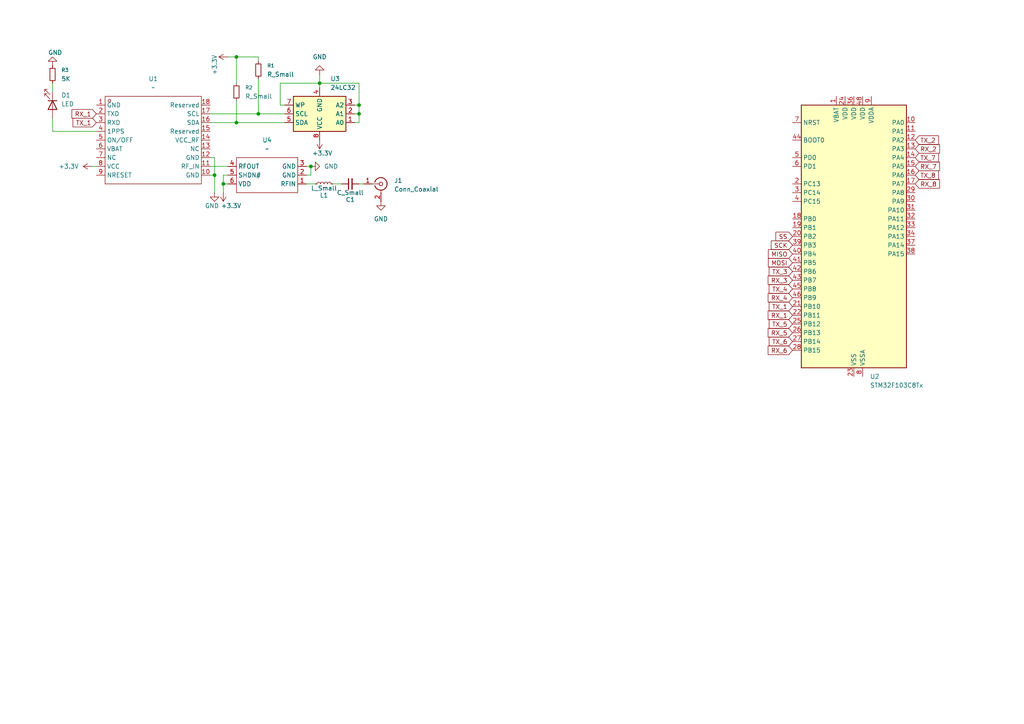
<source format=kicad_sch>
(kicad_sch (version 20250114) (generator "eeschema") (generator_version "9.0")
  (paper "A4")
  (lib_symbols
    (symbol "AT2659:AT2659S"
      (property "Reference" "U" (at 0 0 0))
      (symbol "AT2659S_1_0"
        (rectangle (start -8.89 5.08) (end 8.89 -5.08))
        (pin unspecified line (at -11.43 2.54 0) (length 2.54) (name "RFIN") (number "1"))
        (pin unspecified line (at -11.43 0 0) (length 2.54) (name "GND") (number "2"))
        (pin unspecified line (at -11.43 -2.54 0) (length 2.54) (name "GND") (number "3"))
        (pin unspecified line (at 11.43 2.54 180) (length 2.54) (name "VDD") (number "6"))
        (pin unspecified line (at 11.43 0 180) (length 2.54) (name "SHDN#") (number "5"))
        (pin unspecified line (at 11.43 -2.54 180) (length 2.54) (name "RFOUT") (number "4"))
      )
    )
    (symbol "ATGM336H:ATGM336H-5N31"
      (property "Reference" "U" (at 0 0 0))
      (symbol "ATGM336H-5N31_1_0"
        (rectangle (start -13.97 -12.7) (end 13.97 12.7))
        (circle (center -12.7 11.43) (radius 0.381))
        (pin input line (at -16.51 10.16 0) (length 2.54) (name "GND") (number "1"))
        (pin input line (at -16.51 7.62 0) (length 2.54) (name "TXD") (number "2"))
        (pin input line (at -16.51 5.08 0) (length 2.54) (name "RXD") (number "3"))
        (pin input line (at -16.51 2.54 0) (length 2.54) (name "1PPS") (number "4"))
        (pin input line (at -16.51 0 0) (length 2.54) (name "ON/OFF") (number "5"))
        (pin input line (at -16.51 -2.54 0) (length 2.54) (name "VBAT") (number "6"))
        (pin input line (at -16.51 -5.08 0) (length 2.54) (name "NC") (number "7"))
        (pin input line (at -16.51 -7.62 0) (length 2.54) (name "VCC") (number "8"))
        (pin input line (at -16.51 -10.16 0) (length 2.54) (name "NRESET") (number "9"))
        (pin input line (at 16.51 10.16 180) (length 2.54) (name "Reserved") (number "18"))
        (pin input line (at 16.51 7.62 180) (length 2.54) (name "SCL") (number "17"))
        (pin input line (at 16.51 5.08 180) (length 2.54) (name "SDA") (number "16"))
        (pin input line (at 16.51 2.54 180) (length 2.54) (name "Reserved") (number "15"))
        (pin input line (at 16.51 0 180) (length 2.54) (name "VCC_RF") (number "14"))
        (pin input line (at 16.51 -2.54 180) (length 2.54) (name "NC") (number "13"))
        (pin input line (at 16.51 -5.08 180) (length 2.54) (name "GND") (number "12"))
        (pin input line (at 16.51 -7.62 180) (length 2.54) (name "RF_IN") (number "11"))
        (pin input line (at 16.51 -10.16 180) (length 2.54) (name "GND") (number "10"))
      )
    )
    (symbol "Connector:Conn_Coaxial" (pin_names (offset 1.016) (hide yes))
      (property "Reference" "J" (at 0.254 3.048 0))
      (property "Value" "Conn_Coaxial" (at 2.921 0 90))
      (symbol "Conn_Coaxial_0_1"
        (polyline (pts (xy -2.54 0) (xy -0.508 0)))
        (arc (start 1.778 0) (mid 0.222 -1.8079) (end -1.778 -0.508) (stroke (width 0.254)))
        (arc (start -1.778 0.508) (mid 0.2221 1.8084) (end 1.778 0) (stroke (width 0.254)))
        (circle (center 0 0) (radius 0.508) (stroke (width 0.2032)))
        (polyline (pts (xy 0 -2.54) (xy 0 -1.778)))
      )
      (symbol "Conn_Coaxial_1_1"
        (pin passive line (at -5.08 0 0) (length 2.54) (name "In") (number "1"))
        (pin passive line (at 0 -5.08 90) (length 2.54) (name "Ext") (number "2"))
      )
    )
    (symbol "Device:C_Small" (pin_numbers (hide yes)) (pin_names (offset 0.254) (hide yes))
      (property "Reference" "C" (at 0.254 1.778 0))
      (property "Value" "C_Small" (at 0.254 -2.032 0))
      (symbol "C_Small_0_1"
        (polyline (pts (xy -1.524 0.508) (xy 1.524 0.508)) (stroke (width 0.3048)))
        (polyline (pts (xy -1.524 -0.508) (xy 1.524 -0.508)) (stroke (width 0.3302)))
      )
      (symbol "C_Small_1_1"
        (pin passive line (at 0 2.54 270) (length 2.032) (name "~") (number "1"))
        (pin passive line (at 0 -2.54 90) (length 2.032) (name "~") (number "2"))
      )
    )
    (symbol "Device:LED" (pin_numbers (hide yes)) (pin_names (offset 1.016) (hide yes))
      (property "Reference" "D" (at 0 2.54 0))
      (property "Value" "LED" (at 0 -2.54 0))
      (symbol "LED_0_1"
        (polyline (pts (xy -3.048 -0.762) (xy -4.572 -2.286) (xy -3.81 -2.286) (xy -4.572 -2.286) (xy -4.572 -1.524)))
        (polyline (pts (xy -1.778 -0.762) (xy -3.302 -2.286) (xy -2.54 -2.286) (xy -3.302 -2.286) (xy -3.302 -1.524)))
        (polyline (pts (xy -1.27 0) (xy 1.27 0)))
        (polyline (pts (xy -1.27 -1.27) (xy -1.27 1.27)) (stroke (width 0.254)))
        (polyline (pts (xy 1.27 -1.27) (xy 1.27 1.27) (xy -1.27 0) (xy 1.27 -1.27)) (stroke (width 0.254)))
      )
      (symbol "LED_1_1"
        (pin passive line (at -3.81 0 0) (length 2.54) (name "K") (number "1"))
        (pin passive line (at 3.81 0 180) (length 2.54) (name "A") (number "2"))
      )
    )
    (symbol "Device:L_Small" (pin_numbers (hide yes)) (pin_names (offset 0.254) (hide yes))
      (property "Reference" "L" (at 0.762 1.016 0))
      (property "Value" "L_Small" (at 0.762 -1.016 0))
      (symbol "L_Small_0_1"
        (arc (start 0 2.032) (mid 0.5058 1.524) (end 0 1.016))
        (arc (start 0 1.016) (mid 0.5058 0.508) (end 0 0))
        (arc (start 0 0) (mid 0.5058 -0.508) (end 0 -1.016))
        (arc (start 0 -1.016) (mid 0.5058 -1.524) (end 0 -2.032))
      )
      (symbol "L_Small_1_1"
        (pin passive line (at 0 2.54 270) (length 0.508) (name "~") (number "1"))
        (pin passive line (at 0 -2.54 90) (length 0.508) (name "~") (number "2"))
      )
    )
    (symbol "Device:R_Small" (pin_numbers (hide yes)) (pin_names (offset 0.254) (hide yes))
      (property "Reference" "R" (at 0 0 90))
      (property "Value" "R_Small" (at 1.778 0 90))
      (symbol "R_Small_0_1"
        (rectangle (start -0.762 1.778) (end 0.762 -1.778) (stroke (width 0.2032)))
      )
      (symbol "R_Small_1_1"
        (pin passive line (at 0 2.54 270) (length 0.762) (name "~") (number "1"))
        (pin passive line (at 0 -2.54 90) (length 0.762) (name "~") (number "2"))
      )
    )
    (symbol "MCU_ST_STM32F1:STM32F103C8Tx"
      (property "Reference" "U" (at -15.24 39.37 0))
      (property "Value" "STM32F103C8Tx" (at 7.62 39.37 0))
      (symbol "STM32F103C8Tx_0_1"
        (rectangle (start -15.24 -38.1) (end 15.24 38.1) (stroke (width 0.254)) (fill (type background)))
      )
      (symbol "STM32F103C8Tx_1_1"
        (pin input line (at -17.78 33.02 0) (length 2.54) (name "NRST") (number "7"))
        (pin input line (at -17.78 27.94 0) (length 2.54) (name "BOOT0") (number "44"))
        (pin bidirectional line (at -17.78 22.86 0) (length 2.54) (name "PD0") (number "5"))
        (pin bidirectional line (at -17.78 20.32 0) (length 2.54) (name "PD1") (number "6"))
        (pin bidirectional line (at -17.78 15.24 0) (length 2.54) (name "PC13") (number "2"))
        (pin bidirectional line (at -17.78 12.7 0) (length 2.54) (name "PC14") (number "3"))
        (pin bidirectional line (at -17.78 10.16 0) (length 2.54) (name "PC15") (number "4"))
        (pin bidirectional line (at -17.78 5.08 0) (length 2.54) (name "PB0") (number "18"))
        (pin bidirectional line (at -17.78 2.54 0) (length 2.54) (name "PB1") (number "19"))
        (pin bidirectional line (at -17.78 0 0) (length 2.54) (name "PB2") (number "20"))
        (pin bidirectional line (at -17.78 -2.54 0) (length 2.54) (name "PB3") (number "39"))
        (pin bidirectional line (at -17.78 -5.08 0) (length 2.54) (name "PB4") (number "40"))
        (pin bidirectional line (at -17.78 -7.62 0) (length 2.54) (name "PB5") (number "41"))
        (pin bidirectional line (at -17.78 -10.16 0) (length 2.54) (name "PB6") (number "42"))
        (pin bidirectional line (at -17.78 -12.7 0) (length 2.54) (name "PB7") (number "43"))
        (pin bidirectional line (at -17.78 -15.24 0) (length 2.54) (name "PB8") (number "45"))
        (pin bidirectional line (at -17.78 -17.78 0) (length 2.54) (name "PB9") (number "46"))
        (pin bidirectional line (at -17.78 -20.32 0) (length 2.54) (name "PB10") (number "21"))
        (pin bidirectional line (at -17.78 -22.86 0) (length 2.54) (name "PB11") (number "22"))
        (pin bidirectional line (at -17.78 -25.4 0) (length 2.54) (name "PB12") (number "25"))
        (pin bidirectional line (at -17.78 -27.94 0) (length 2.54) (name "PB13") (number "26"))
        (pin bidirectional line (at -17.78 -30.48 0) (length 2.54) (name "PB14") (number "27"))
        (pin bidirectional line (at -17.78 -33.02 0) (length 2.54) (name "PB15") (number "28"))
        (pin power_in line (at -5.08 40.64 270) (length 2.54) (name "VBAT") (number "1"))
        (pin power_in line (at -2.54 40.64 270) (length 2.54) (name "VDD") (number "24"))
        (pin power_in line (at 0 40.64 270) (length 2.54) (name "VDD") (number "36"))
        (pin power_in line (at 0 -40.64 90) (length 2.54) (name "VSS") (number "23"))
        (pin passive line (at 0 -40.64 90) (length 2.54) (hide yes) (name "VSS") (number "35"))
        (pin passive line (at 0 -40.64 90) (length 2.54) (hide yes) (name "VSS") (number "47"))
        (pin power_in line (at 2.54 40.64 270) (length 2.54) (name "VDD") (number "48"))
        (pin power_in line (at 2.54 -40.64 90) (length 2.54) (name "VSSA") (number "8"))
        (pin power_in line (at 5.08 40.64 270) (length 2.54) (name "VDDA") (number "9"))
        (pin bidirectional line (at 17.78 33.02 180) (length 2.54) (name "PA0") (number "10"))
        (pin bidirectional line (at 17.78 30.48 180) (length 2.54) (name "PA1") (number "11"))
        (pin bidirectional line (at 17.78 27.94 180) (length 2.54) (name "PA2") (number "12"))
        (pin bidirectional line (at 17.78 25.4 180) (length 2.54) (name "PA3") (number "13"))
        (pin bidirectional line (at 17.78 22.86 180) (length 2.54) (name "PA4") (number "14"))
        (pin bidirectional line (at 17.78 20.32 180) (length 2.54) (name "PA5") (number "15"))
        (pin bidirectional line (at 17.78 17.78 180) (length 2.54) (name "PA6") (number "16"))
        (pin bidirectional line (at 17.78 15.24 180) (length 2.54) (name "PA7") (number "17"))
        (pin bidirectional line (at 17.78 12.7 180) (length 2.54) (name "PA8") (number "29"))
        (pin bidirectional line (at 17.78 10.16 180) (length 2.54) (name "PA9") (number "30"))
        (pin bidirectional line (at 17.78 7.62 180) (length 2.54) (name "PA10") (number "31"))
        (pin bidirectional line (at 17.78 5.08 180) (length 2.54) (name "PA11") (number "32"))
        (pin bidirectional line (at 17.78 2.54 180) (length 2.54) (name "PA12") (number "33"))
        (pin bidirectional line (at 17.78 0 180) (length 2.54) (name "PA13") (number "34"))
        (pin bidirectional line (at 17.78 -2.54 180) (length 2.54) (name "PA14") (number "37"))
        (pin bidirectional line (at 17.78 -5.08 180) (length 2.54) (name "PA15") (number "38"))
      )
    )
    (symbol "Memory_EEPROM:24LC32"
      (property "Reference" "U" (at -6.35 6.35 0))
      (property "Value" "24LC32" (at 1.27 6.35 0))
      (symbol "24LC32_1_1"
        (rectangle (start -7.62 5.08) (end 7.62 -5.08) (stroke (width 0.254)) (fill (type background)))
        (pin input line (at -10.16 2.54 0) (length 2.54) (name "A0") (number "1"))
        (pin input line (at -10.16 0 0) (length 2.54) (name "A1") (number "2"))
        (pin input line (at -10.16 -2.54 0) (length 2.54) (name "A2") (number "3"))
        (pin power_in line (at 0 7.62 270) (length 2.54) (name "VCC") (number "8"))
        (pin power_in line (at 0 -7.62 90) (length 2.54) (name "GND") (number "4"))
        (pin bidirectional line (at 10.16 2.54 180) (length 2.54) (name "SDA") (number "5"))
        (pin input line (at 10.16 0 180) (length 2.54) (name "SCL") (number "6"))
        (pin input line (at 10.16 -2.54 180) (length 2.54) (name "WP") (number "7"))
      )
    )
    (symbol "power:+3.3V" (power) (pin_numbers (hide yes)) (pin_names (offset 0) (hide yes))
      (property "Value" "+3.3V" (at 0 3.556 0))
      (symbol "+3.3V_0_1"
        (polyline (pts (xy -0.762 1.27) (xy 0 2.54)))
        (polyline (pts (xy 0 2.54) (xy 0.762 1.27)))
        (polyline (pts (xy 0 0) (xy 0 2.54)))
      )
      (symbol "+3.3V_1_1"
        (pin power_in line (at 0 0 90) (length 0) (name "~") (number "1"))
      )
    )
    (symbol "power:GND" (power) (pin_numbers (hide yes)) (pin_names (offset 0) (hide yes))
      (property "Value" "GND" (at 0 -3.81 0))
      (symbol "GND_0_1"
        (polyline (pts (xy 0 0) (xy 0 -1.27) (xy 1.27 -1.27) (xy 0 -2.54) (xy -1.27 -1.27) (xy 0 -1.27)))
      )
      (symbol "GND_1_1"
        (pin power_in line (at 0 0 270) (length 0) (name "~") (number "1"))
      )
    )
  )
  (junction (at 90.17 48.26))
  (junction (at 92.71 24.13))
  (junction (at 64.77 53.34))
  (junction (at 68.58 16.51))
  (junction (at 62.23 50.8))
  (junction (at 104.14 30.48))
  (junction (at 74.93 33.02))
  (junction (at 104.14 33.02))
  (junction (at 68.58 35.56))
  (wire (pts (xy 62.23 45.72) (xy 62.23 50.8)))
  (wire (pts (xy 96.52 53.34) (xy 99.06 53.34)))
  (wire (pts (xy 62.23 50.8) (xy 62.23 55.88)))
  (wire (pts (xy 92.71 24.13) (xy 92.71 25.4)))
  (wire (pts (xy 60.96 50.8) (xy 62.23 50.8)))
  (wire (pts (xy 64.77 50.8) (xy 66.04 50.8)))
  (wire (pts (xy 74.93 33.02) (xy 82.55 33.02)))
  (wire (pts (xy 88.9 53.34) (xy 91.44 53.34)))
  (wire (pts (xy 104.14 53.34) (xy 105.41 53.34)))
  (wire (pts (xy 60.96 33.02) (xy 74.93 33.02)))
  (wire (pts (xy 82.55 30.48) (xy 81.28 30.48)))
  (wire (pts (xy 92.71 21.59) (xy 92.71 24.13)))
  (wire (pts (xy 102.87 30.48) (xy 104.14 30.48)))
  (wire (pts (xy 104.14 33.02) (xy 104.14 30.48)))
  (wire (pts (xy 104.14 30.48) (xy 104.14 24.13)))
  (wire (pts (xy 104.14 35.56) (xy 104.14 33.02)))
  (wire (pts (xy 60.96 35.56) (xy 68.58 35.56)))
  (wire (pts (xy 68.58 16.51) (xy 74.93 16.51)))
  (wire (pts (xy 68.58 35.56) (xy 82.55 35.56)))
  (wire (pts (xy 15.24 34.29) (xy 15.24 38.1)))
  (wire (pts (xy 60.96 45.72) (xy 62.23 45.72)))
  (wire (pts (xy 81.28 30.48) (xy 81.28 24.13)))
  (wire (pts (xy 15.24 38.1) (xy 27.94 38.1)))
  (wire (pts (xy 74.93 22.86) (xy 74.93 33.02)))
  (wire (pts (xy 68.58 16.51) (xy 68.58 24.13)))
  (wire (pts (xy 66.04 53.34) (xy 64.77 53.34)))
  (wire (pts (xy 15.24 24.13) (xy 15.24 26.67)))
  (wire (pts (xy 68.58 29.21) (xy 68.58 35.56)))
  (wire (pts (xy 92.71 24.13) (xy 104.14 24.13)))
  (wire (pts (xy 64.77 53.34) (xy 64.77 55.88)))
  (wire (pts (xy 64.77 53.34) (xy 64.77 50.8)))
  (wire (pts (xy 102.87 33.02) (xy 104.14 33.02)))
  (wire (pts (xy 26.67 48.26) (xy 27.94 48.26)))
  (wire (pts (xy 102.87 35.56) (xy 104.14 35.56)))
  (wire (pts (xy 90.17 48.26) (xy 88.9 48.26)))
  (wire (pts (xy 90.17 50.8) (xy 90.17 48.26)))
  (wire (pts (xy 66.04 16.51) (xy 68.58 16.51)))
  (wire (pts (xy 81.28 24.13) (xy 92.71 24.13)))
  (wire (pts (xy 88.9 50.8) (xy 90.17 50.8)))
  (wire (pts (xy 74.93 16.51) (xy 74.93 17.78)))
  (wire (pts (xy 60.96 48.26) (xy 66.04 48.26)))
  (global_label "TX_5" (shape input) (at 229.87 93.98 180) (property "Intersheetrefs" "${INTERSHEET_REFS}" (effects (hide yes))))
  (global_label "RX_1" (shape input) (at 27.94 33.02 180) (property "Intersheetrefs" "${INTERSHEET_REFS}" (effects (hide yes))))
  (global_label "TX_4" (shape input) (at 229.87 83.82 180) (property "Intersheetrefs" "${INTERSHEET_REFS}" (effects (hide yes))))
  (global_label "RX_2" (shape input) (at 265.43 43.18 0) (property "Intersheetrefs" "${INTERSHEET_REFS}" (effects (hide yes))))
  (global_label "TX_1" (shape input) (at 229.87 88.9 180) (property "Intersheetrefs" "${INTERSHEET_REFS}" (effects (hide yes))))
  (global_label "MISO" (shape input) (at 229.87 73.66 180) (property "Intersheetrefs" "${INTERSHEET_REFS}" (effects (hide yes))))
  (global_label "TX_2" (shape input) (at 265.43 40.64 0) (property "Intersheetrefs" "${INTERSHEET_REFS}" (effects (hide yes))))
  (global_label "RX_1" (shape input) (at 229.87 91.44 180) (property "Intersheetrefs" "${INTERSHEET_REFS}" (effects (hide yes))))
  (global_label "MOSI" (shape input) (at 229.87 76.2 180) (property "Intersheetrefs" "${INTERSHEET_REFS}" (effects (hide yes))))
  (global_label "RX_5" (shape input) (at 229.87 96.52 180) (property "Intersheetrefs" "${INTERSHEET_REFS}" (effects (hide yes))))
  (global_label "TX_6" (shape input) (at 229.87 99.06 180) (property "Intersheetrefs" "${INTERSHEET_REFS}" (effects (hide yes))))
  (global_label "RX_4" (shape input) (at 229.87 86.36 180) (property "Intersheetrefs" "${INTERSHEET_REFS}" (effects (hide yes))))
  (global_label "TX_1" (shape input) (at 27.94 35.56 180) (property "Intersheetrefs" "${INTERSHEET_REFS}" (effects (hide yes))))
  (global_label "RX_8" (shape input) (at 265.43 53.34 0) (property "Intersheetrefs" "${INTERSHEET_REFS}" (effects (hide yes))))
  (global_label "TX_8" (shape input) (at 265.43 50.8 0) (property "Intersheetrefs" "${INTERSHEET_REFS}" (effects (hide yes))))
  (global_label "RX_3" (shape input) (at 229.87 81.28 180) (property "Intersheetrefs" "${INTERSHEET_REFS}" (effects (hide yes))))
  (global_label "RX_7" (shape input) (at 265.43 48.26 0) (property "Intersheetrefs" "${INTERSHEET_REFS}" (effects (hide yes))))
  (global_label "SS" (shape input) (at 229.87 68.58 180) (property "Intersheetrefs" "${INTERSHEET_REFS}" (effects (hide yes))))
  (global_label "RX_6" (shape input) (at 229.87 101.6 180) (property "Intersheetrefs" "${INTERSHEET_REFS}" (effects (hide yes))))
  (global_label "TX_7" (shape input) (at 265.43 45.72 0) (property "Intersheetrefs" "${INTERSHEET_REFS}" (effects (hide yes))))
  (global_label "SCK" (shape input) (at 229.87 71.12 180) (property "Intersheetrefs" "${INTERSHEET_REFS}" (effects (hide yes))))
  (global_label "TX_3" (shape input) (at 229.87 78.74 180) (property "Intersheetrefs" "${INTERSHEET_REFS}" (effects (hide yes))))
  (symbol (lib_id "Device:R_Small") (at 68.58 26.67 0) (unit 1)
    (property "Reference" "R2" (at 71.12 25.3999 0) (effects (font (size 1.016 1.016)) (justify left)))
    (property "Value" "R_Small" (at 71.12 27.9399 0) (effects (justify left)))
    (property "Description" "Resistor, small symbol" (effects (hide yes)))
  )
  (symbol (lib_id "power:GND") (at 90.17 48.26 90) (unit 1)
    (property "Reference" "#PWR04" (effects (hide yes)))
    (property "Value" "GND" (at 93.98 48.2599 90) (effects (justify right)))
    (property "Description" "Power symbol creates a global label with name \"GND\" , ground" (effects (hide yes)))
  )
  (symbol (lib_id "Device:LED") (at 15.24 30.48 270) (unit 1)
    (property "Reference" "D1" (at 17.78 27.6224 90) (effects (justify left)))
    (property "Value" "LED" (at 17.78 30.1624 90) (effects (justify left)))
    (property "Description" "Light emitting diode" (effects (hide yes)))
    (property "Sim.Pins" "1=K 2=A" (effects (hide yes)))
  )
  (symbol (lib_id "power:GND") (at 92.71 21.59 180) (unit 1)
    (property "Reference" "#PWR01" (effects (hide yes)))
    (property "Value" "GND" (at 92.71 16.51 0))
    (property "Description" "Power symbol creates a global label with name \"GND\" , ground" (effects (hide yes)))
  )
  (symbol (lib_id "power:GND") (at 15.24 19.05 180) (unit 1)
    (property "Reference" "#PWR09" (effects (hide yes)))
    (property "Value" "GND" (at 16.002 15.24 0))
    (property "Description" "Power symbol creates a global label with name \"GND\" , ground" (effects (hide yes)))
  )
  (symbol (lib_id "Connector:Conn_Coaxial") (at 110.49 53.34 0) (unit 1)
    (property "Reference" "J1" (at 114.3 52.3631 0) (effects (justify left)))
    (property "Value" "Conn_Coaxial" (at 114.3 54.9031 0) (effects (justify left)))
    (property "Footprint" "Connector_Coaxial:U.FL_Molex_MCRF_73412-0110_Vertical" (effects (hide yes)))
    (property "Description" "coaxial connector (BNC, SMA, SMB, SMC, Cinch/RCA, LEMO, ...)" (effects (hide yes)))
  )
  (symbol (lib_id "power:+3.3V") (at 92.71 40.64 180) (unit 1)
    (property "Reference" "#PWR02" (effects (hide yes)))
    (property "Value" "+3.3V" (at 93.472 44.45 0))
    (property "Description" "Power symbol creates a global label with name \"+3.3V\"" (effects (hide yes)))
  )
  (symbol (lib_id "AT2659:AT2659S") (at 77.47 50.8 180) (unit 1)
    (property "Reference" "U4" (at 77.47 40.64 0))
    (property "Value" "~" (at 77.47 43.18 0))
    (property "Footprint" "ProLib_pcs_2025-09-27 (2):SOT-23-6_L2.9-W1.6-P0.95-LS2.8-BR" (effects (hide yes)))
    (property "Datasheet" "https://item.szlcsc.com/datasheet/AT2659S/948531.html" (effects (hide yes)))
    (property "Description" "Voltage - Supply:1.4V~3.6V Voltage - Supply:1.4V~3.6V Current - Supply:- Gain:20dB P1dB:-15dBm Noise Figure:0.8dB Operating Temperature:-40°C~+85°C Operating Temperature:-40°C~+85°C" (effects (hide yes)))
    (property "Manufacturer Part" "AT2659S" (effects (hide yes)))
    (property "Manufacturer" "杭州中科微" (effects (hide yes)))
    (property "Supplier Part" "C883443" (effects (hide yes)))
    (property "Supplier" "LCSC" (effects (hide yes)))
    (property "LCSC Part Name" "L1频段卫星导航射频前端低噪声放大器芯片" (effects (hide yes)))
  )
  (symbol (lib_id "power:GND") (at 62.23 55.88 0) (unit 1)
    (property "Reference" "#PWR07" (effects (hide yes)))
    (property "Value" "GND" (at 61.468 59.69 0))
    (property "Description" "Power symbol creates a global label with name \"GND\" , ground" (effects (hide yes)))
  )
  (symbol (lib_id "power:+3.3V") (at 66.04 16.51 90) (unit 1)
    (property "Reference" "#PWR08" (effects (hide yes)))
    (property "Value" "+3.3V" (at 62.23 18.796 0))
    (property "Description" "Power symbol creates a global label with name \"+3.3V\"" (effects (hide yes)))
  )
  (symbol (lib_id "ATGM336H:ATGM336H-5N31") (at 44.45 40.64 0) (unit 1)
    (property "Reference" "U1" (at 44.45 22.86 0))
    (property "Value" "~" (at 44.45 25.4 0))
    (property "Footprint" "ATGM336H:GPSM-SMD_ATGM336H-TR" (effects (hide yes)))
    (property "Datasheet" "https://item.szlcsc.com/datasheet/ATGM336H-5N31/91958.html" (effects (hide yes)))
    (property "Manufacturer Part" "ATGM336H-5N31" (effects (hide yes)))
    (property "Manufacturer" "杭州中科微" (effects (hide yes)))
    (property "Supplier Part" "C90770" (effects (hide yes)))
    (property "Supplier" "LCSC" (effects (hide yes)))
    (property "LCSC Part Name" "BDS/GNSS 全星座定位导航模块" (effects (hide yes)))
  )
  (symbol (lib_id "Device:C_Small") (at 101.6 53.34 90) (unit 1)
    (property "Reference" "C1" (at 101.6 57.912 90))
    (property "Value" "C_Small" (at 101.6 55.88 90))
    (property "Description" "Unpolarized capacitor, small symbol" (effects (hide yes)))
  )
  (symbol (lib_id "Memory_EEPROM:24LC32") (at 92.71 33.02 180) (unit 1)
    (property "Reference" "U3" (at 95.8281 22.86 0) (effects (justify right)))
    (property "Value" "24LC32" (at 95.8281 25.4 0) (effects (justify right)))
    (property "Datasheet" "http://ww1.microchip.com/downloads/en/DeviceDoc/21072G.pdf" (effects (hide yes)))
    (property "Description" "I2C Serial EEPROM, 32Kb, DIP-8/SOIC-8/TSSOP-8/DFN-8" (effects (hide yes)))
  )
  (symbol (lib_id "MCU_ST_STM32F1:STM32F103C8Tx") (at 247.65 68.58 0) (unit 1)
    (property "Reference" "U2" (at 252.3333 109.22 0) (effects (justify left)))
    (property "Value" "STM32F103C8Tx" (at 252.3333 111.76 0) (effects (justify left)))
    (property "Footprint" "Package_QFP:LQFP-48_7x7mm_P0.5mm" (effects (hide yes)))
    (property "Datasheet" "https://www.st.com/resource/en/datasheet/stm32f103c8.pdf" (effects (hide yes)))
    (property "Description" "STMicroelectronics Arm Cortex-M3 MCU, 64KB flash, 20KB RAM, 72 MHz, 2.0-3.6V, 37 GPIO, LQFP48" (effects (hide yes)))
  )
  (symbol (lib_id "power:GND") (at 110.49 58.42 0) (unit 1)
    (property "Reference" "#PWR05" (effects (hide yes)))
    (property "Value" "GND" (at 110.49 63.5 0))
    (property "Description" "Power symbol creates a global label with name \"GND\" , ground" (effects (hide yes)))
  )
  (symbol (lib_id "Device:L_Small") (at 93.98 53.34 90) (unit 1)
    (property "Reference" "L1" (at 93.98 56.642 90))
    (property "Value" "L_Small" (at 93.98 54.61 90))
    (property "Description" "Inductor, small symbol" (effects (hide yes)))
  )
  (symbol (lib_id "Device:R_Small") (at 74.93 20.32 0) (unit 1)
    (property "Reference" "R1" (at 77.47 19.0499 0) (effects (font (size 1.016 1.016)) (justify left)))
    (property "Value" "R_Small" (at 77.47 21.5899 0) (effects (justify left)))
    (property "Description" "Resistor, small symbol" (effects (hide yes)))
  )
  (symbol (lib_id "power:+3.3V") (at 64.77 55.88 180) (unit 1)
    (property "Reference" "#PWR06" (effects (hide yes)))
    (property "Value" "+3.3V" (at 67.056 59.69 0))
    (property "Description" "Power symbol creates a global label with name \"+3.3V\"" (effects (hide yes)))
  )
  (symbol (lib_id "power:+3.3V") (at 26.67 48.26 90) (unit 1)
    (property "Reference" "#PWR03" (effects (hide yes)))
    (property "Value" "+3.3V" (at 22.86 48.2599 90) (effects (justify left)))
    (property "Description" "Power symbol creates a global label with name \"+3.3V\"" (effects (hide yes)))
  )
  (symbol (lib_id "Device:R_Small") (at 15.24 21.59 0) (unit 1)
    (property "Reference" "R3" (at 17.78 20.3199 0) (effects (font (size 1.016 1.016)) (justify left)))
    (property "Value" "5K" (at 17.78 22.8599 0) (effects (justify left)))
    (property "Description" "Resistor, small symbol" (effects (hide yes)))
  )
)
</source>
